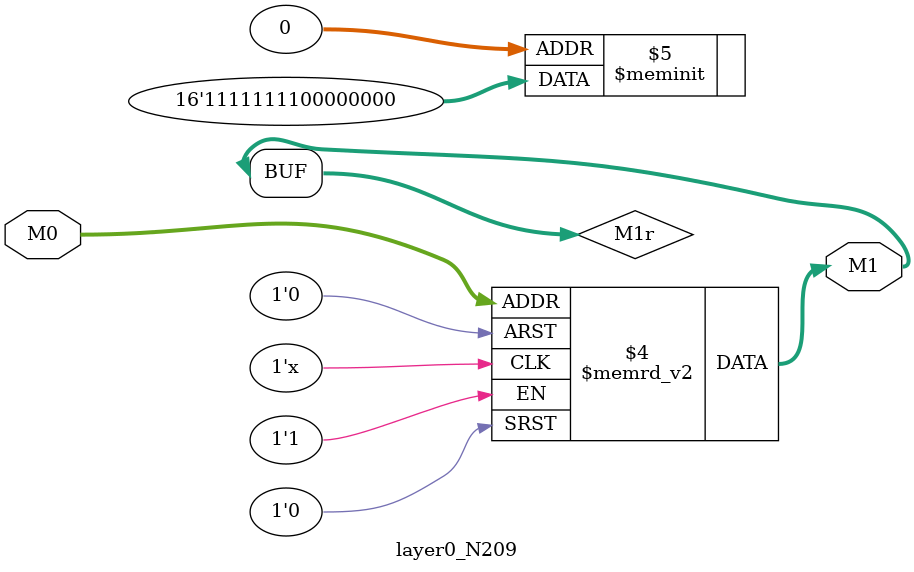
<source format=v>
module layer0_N209 ( input [2:0] M0, output [1:0] M1 );

	(*rom_style = "distributed" *) reg [1:0] M1r;
	assign M1 = M1r;
	always @ (M0) begin
		case (M0)
			3'b000: M1r = 2'b00;
			3'b100: M1r = 2'b11;
			3'b010: M1r = 2'b00;
			3'b110: M1r = 2'b11;
			3'b001: M1r = 2'b00;
			3'b101: M1r = 2'b11;
			3'b011: M1r = 2'b00;
			3'b111: M1r = 2'b11;

		endcase
	end
endmodule

</source>
